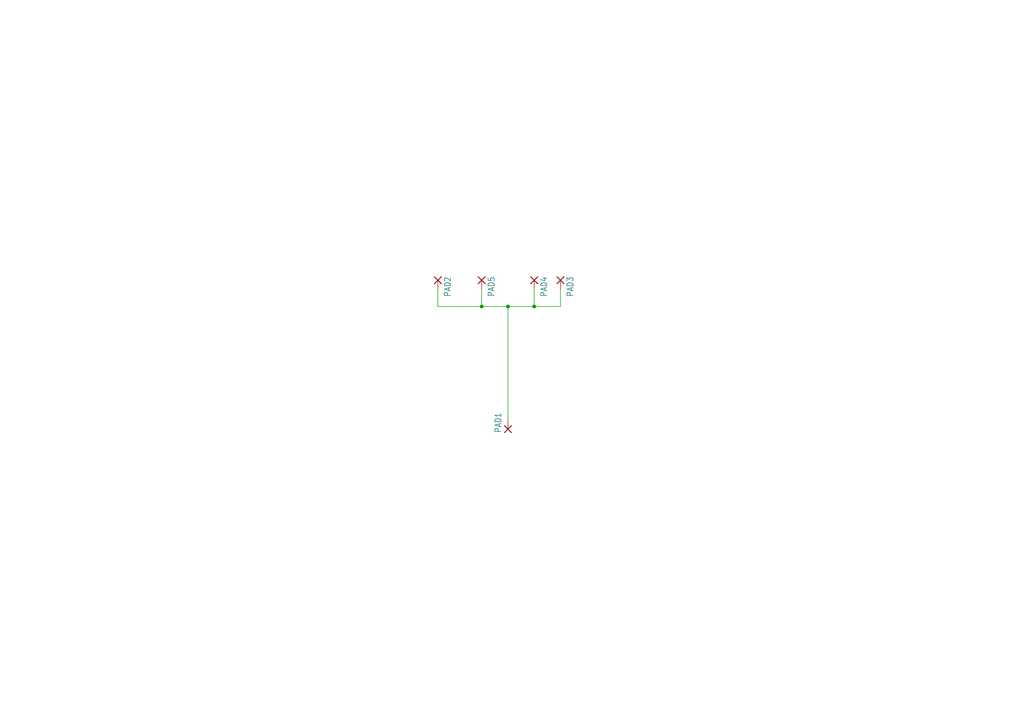
<source format=kicad_sch>
(kicad_sch (version 20231120) (generator "eeschema") (generator_version "8.0")
  (paper "A4")
  (lib_symbols
    (symbol "Strip-Con_board_4-eagle-import:SMD5"
      (property "Reference" "PAD" (at -1.143 1.8542 0))
      (symbol "SMD5_1_0"
        (polyline (pts (xy -1.016 -1.016) (xy 1.016 1.016)) (stroke (width 0.254)))
        (polyline (pts (xy -1.016 1.016) (xy 1.016 -1.016)) (stroke (width 0.254)))
        (pin passive line (at 2.54 0 180) (length 2.54) (name "P") (number "1"))
      )
    )
  )
  (junction (at 139.7 88.9))
  (junction (at 154.94 88.9))
  (junction (at 147.32 88.9))
  (wire (pts (xy 147.32 88.9) (xy 139.7 88.9)) (stroke (width 0.1524)))
  (wire (pts (xy 139.7 83.82) (xy 139.7 88.9)) (stroke (width 0.1524)))
  (wire (pts (xy 127 88.9) (xy 127 83.82)) (stroke (width 0.1524)))
  (wire (pts (xy 162.56 88.9) (xy 162.56 83.82)) (stroke (width 0.1524)))
  (wire (pts (xy 154.94 88.9) (xy 162.56 88.9)) (stroke (width 0.1524)))
  (wire (pts (xy 147.32 121.92) (xy 147.32 88.9)) (stroke (width 0.1524)))
  (wire (pts (xy 139.7 88.9) (xy 127 88.9)) (stroke (width 0.1524)))
  (wire (pts (xy 154.94 83.82) (xy 154.94 88.9)) (stroke (width 0.1524)))
  (wire (pts (xy 147.32 88.9) (xy 154.94 88.9)) (stroke (width 0.1524)))
  (symbol (lib_id "Strip-Con_board_4-eagle-import:SMD5") (at 154.94 81.28 270) (unit 1)
    (property "Reference" "PAD4" (at 156.7942 80.137 0) (effects (font (size 1.778 1.5113)) (justify left bottom)))
    (property "Value" "SMD5" (effects (hide yes)))
    (property "Footprint" "Strip-Con_board_4:SMD2,54-5,08" (effects (hide yes)))
  )
  (symbol (lib_id "Strip-Con_board_4-eagle-import:SMD5") (at 147.32 124.46 90) (unit 1)
    (property "Reference" "PAD1" (at 145.4658 125.603 0) (effects (font (size 1.778 1.5113)) (justify left bottom)))
    (property "Value" "SMD5" (effects (hide yes)))
    (property "Footprint" "Strip-Con_board_4:SMD2,54-5,08" (effects (hide yes)))
  )
  (symbol (lib_id "Strip-Con_board_4-eagle-import:SMD5") (at 162.56 81.28 270) (unit 1)
    (property "Reference" "PAD3" (at 164.4142 80.137 0) (effects (font (size 1.778 1.5113)) (justify left bottom)))
    (property "Value" "SMD5" (effects (hide yes)))
    (property "Footprint" "Strip-Con_board_4:SMD2,54-5,08" (effects (hide yes)))
  )
  (symbol (lib_id "Strip-Con_board_4-eagle-import:SMD5") (at 139.7 81.28 270) (unit 1)
    (property "Reference" "PAD5" (at 141.5542 80.137 0) (effects (font (size 1.778 1.5113)) (justify left bottom)))
    (property "Value" "SMD5" (effects (hide yes)))
    (property "Footprint" "Strip-Con_board_4:SMD2,54-5,08" (effects (hide yes)))
  )
  (symbol (lib_id "Strip-Con_board_4-eagle-import:SMD5") (at 127 81.28 270) (unit 1)
    (property "Reference" "PAD2" (at 128.8542 80.137 0) (effects (font (size 1.778 1.5113)) (justify left bottom)))
    (property "Value" "SMD5" (effects (hide yes)))
    (property "Footprint" "Strip-Con_board_4:SMD2,54-5,08" (effects (hide yes)))
  )
)
</source>
